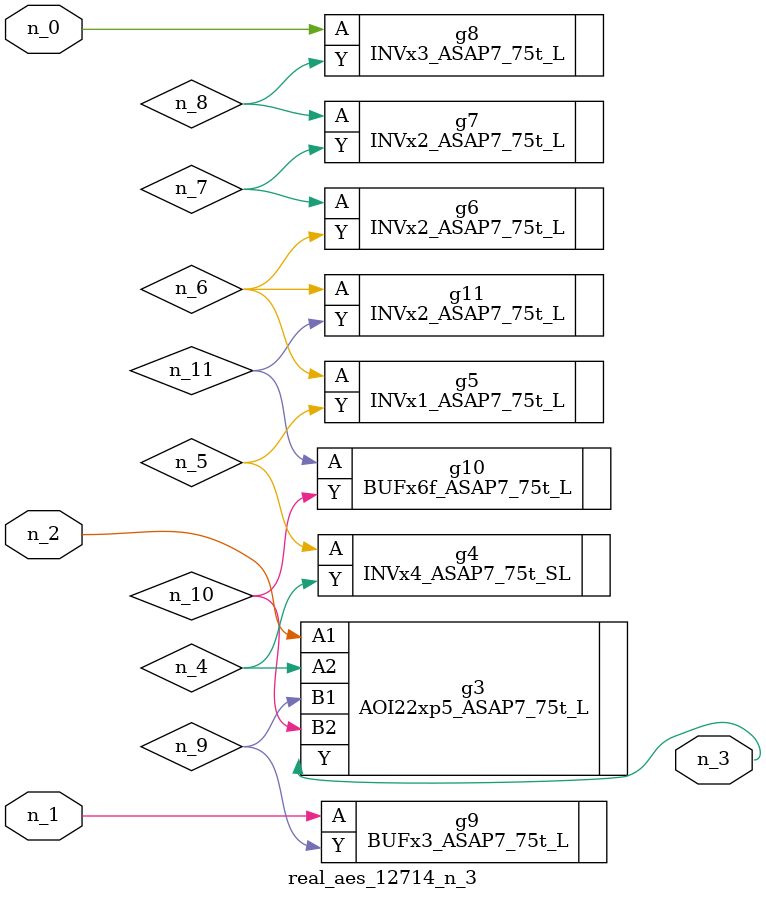
<source format=v>
module real_aes_12714_n_3 (n_0, n_2, n_1, n_3);
input n_0;
input n_2;
input n_1;
output n_3;
wire n_4;
wire n_5;
wire n_7;
wire n_9;
wire n_6;
wire n_8;
wire n_10;
wire n_11;
INVx3_ASAP7_75t_L g8 ( .A(n_0), .Y(n_8) );
BUFx3_ASAP7_75t_L g9 ( .A(n_1), .Y(n_9) );
AOI22xp5_ASAP7_75t_L g3 ( .A1(n_2), .A2(n_4), .B1(n_9), .B2(n_10), .Y(n_3) );
INVx4_ASAP7_75t_SL g4 ( .A(n_5), .Y(n_4) );
INVx1_ASAP7_75t_L g5 ( .A(n_6), .Y(n_5) );
INVx2_ASAP7_75t_L g11 ( .A(n_6), .Y(n_11) );
INVx2_ASAP7_75t_L g6 ( .A(n_7), .Y(n_6) );
INVx2_ASAP7_75t_L g7 ( .A(n_8), .Y(n_7) );
BUFx6f_ASAP7_75t_L g10 ( .A(n_11), .Y(n_10) );
endmodule
</source>
